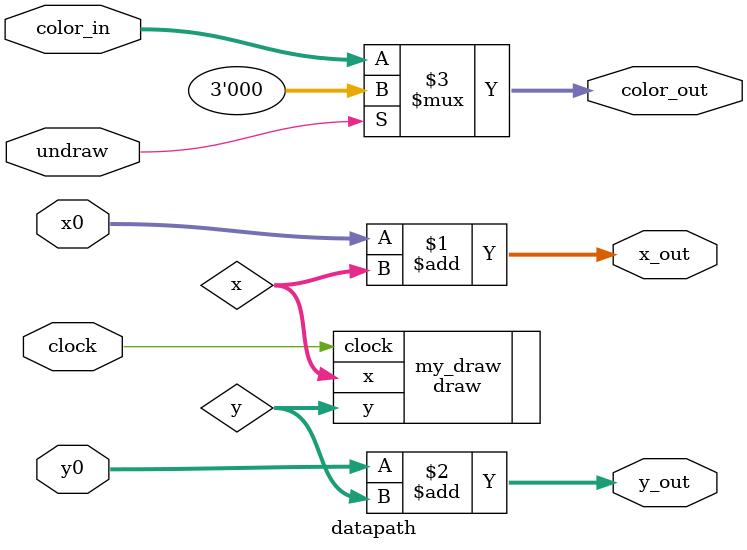
<source format=v>
module datapath(clock, x0, y0, undraw, color_in, color_out, x_out, y_out);
	input clock;
	input [7:0] x0;
	input [6:0] y0;
	input [2:0] color_in;
	input undraw;
	output [2:0] color_out;
	output [7:0] x_out;
	output [6:0] y_out;	
		
	wire [3:0] x;
	wire [3:0] y;
	
	draw my_draw(
				.clock(clock),
				.x(x),
				.y(y)
				);
		
	assign x_out = x0 + x;
	assign y_out = y0 + y;
	assign color_out = undraw ? 3'b000 : color_in;
endmodule 
</source>
